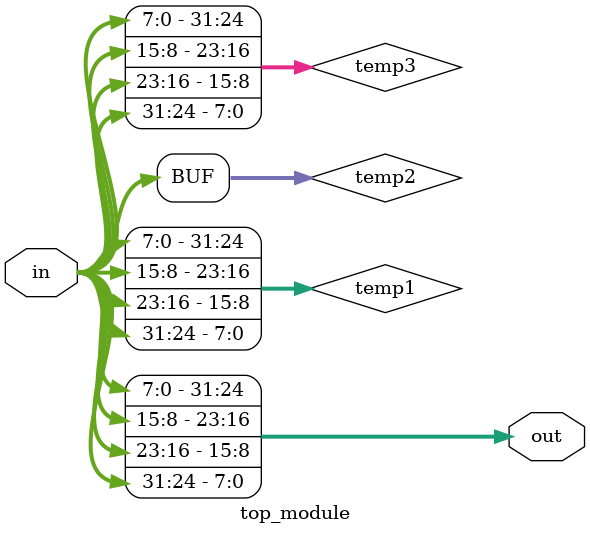
<source format=sv>
module top_module (
	input [31:0] in,
	output [31:0] out
);

	// Use temporary variables to hold the rearranged bits
	wire [31:0] temp1;
	wire [31:0] temp2;
	wire [31:0] temp3;
	
	// Assign the bits to the temporary variables in the desired order
	assign temp1 = {in[7:0], in[15:8], in[23:16], in[31:24]};
	assign temp2 = {temp1[7:0], temp1[15:8], temp1[23:16], temp1[31:24]};
	assign temp3 = {temp2[7:0], temp2[15:8], temp2[23:16], temp2[31:24]};
	
	// Assign the rearranged bits to the output
	assign out = temp3;

endmodule

</source>
